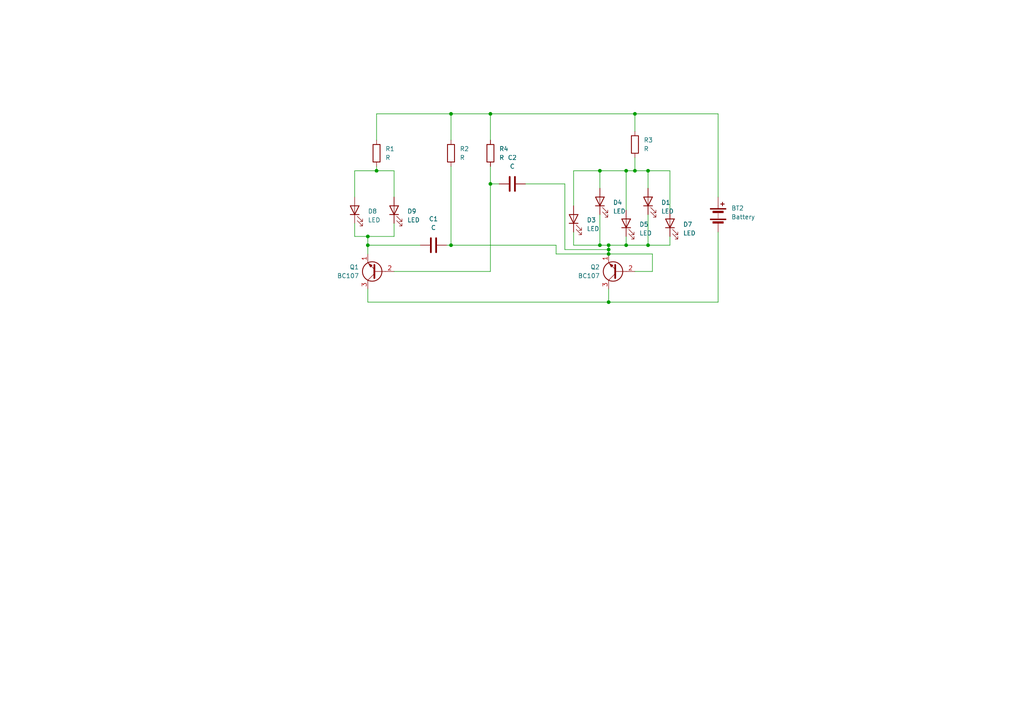
<source format=kicad_sch>
(kicad_sch
	(version 20250114)
	(generator "eeschema")
	(generator_version "9.0")
	(uuid "3692b929-42f6-4ebf-bec6-f90ff0a6cfe4")
	(paper "A4")
	(lib_symbols
		(symbol "Device:Battery"
			(pin_numbers
				(hide yes)
			)
			(pin_names
				(offset 0)
				(hide yes)
			)
			(exclude_from_sim no)
			(in_bom yes)
			(on_board yes)
			(property "Reference" "BT"
				(at 2.54 2.54 0)
				(effects
					(font
						(size 1.27 1.27)
					)
					(justify left)
				)
			)
			(property "Value" "Battery"
				(at 2.54 0 0)
				(effects
					(font
						(size 1.27 1.27)
					)
					(justify left)
				)
			)
			(property "Footprint" ""
				(at 0 1.524 90)
				(effects
					(font
						(size 1.27 1.27)
					)
					(hide yes)
				)
			)
			(property "Datasheet" "~"
				(at 0 1.524 90)
				(effects
					(font
						(size 1.27 1.27)
					)
					(hide yes)
				)
			)
			(property "Description" "Multiple-cell battery"
				(at 0 0 0)
				(effects
					(font
						(size 1.27 1.27)
					)
					(hide yes)
				)
			)
			(property "ki_keywords" "batt voltage-source cell"
				(at 0 0 0)
				(effects
					(font
						(size 1.27 1.27)
					)
					(hide yes)
				)
			)
			(symbol "Battery_0_1"
				(rectangle
					(start -2.286 1.778)
					(end 2.286 1.524)
					(stroke
						(width 0)
						(type default)
					)
					(fill
						(type outline)
					)
				)
				(rectangle
					(start -2.286 -1.27)
					(end 2.286 -1.524)
					(stroke
						(width 0)
						(type default)
					)
					(fill
						(type outline)
					)
				)
				(rectangle
					(start -1.524 1.016)
					(end 1.524 0.508)
					(stroke
						(width 0)
						(type default)
					)
					(fill
						(type outline)
					)
				)
				(rectangle
					(start -1.524 -2.032)
					(end 1.524 -2.54)
					(stroke
						(width 0)
						(type default)
					)
					(fill
						(type outline)
					)
				)
				(polyline
					(pts
						(xy 0 1.778) (xy 0 2.54)
					)
					(stroke
						(width 0)
						(type default)
					)
					(fill
						(type none)
					)
				)
				(polyline
					(pts
						(xy 0 0) (xy 0 0.254)
					)
					(stroke
						(width 0)
						(type default)
					)
					(fill
						(type none)
					)
				)
				(polyline
					(pts
						(xy 0 -0.508) (xy 0 -0.254)
					)
					(stroke
						(width 0)
						(type default)
					)
					(fill
						(type none)
					)
				)
				(polyline
					(pts
						(xy 0 -1.016) (xy 0 -0.762)
					)
					(stroke
						(width 0)
						(type default)
					)
					(fill
						(type none)
					)
				)
				(polyline
					(pts
						(xy 0.762 3.048) (xy 1.778 3.048)
					)
					(stroke
						(width 0.254)
						(type default)
					)
					(fill
						(type none)
					)
				)
				(polyline
					(pts
						(xy 1.27 3.556) (xy 1.27 2.54)
					)
					(stroke
						(width 0.254)
						(type default)
					)
					(fill
						(type none)
					)
				)
			)
			(symbol "Battery_1_1"
				(pin passive line
					(at 0 5.08 270)
					(length 2.54)
					(name "+"
						(effects
							(font
								(size 1.27 1.27)
							)
						)
					)
					(number "1"
						(effects
							(font
								(size 1.27 1.27)
							)
						)
					)
				)
				(pin passive line
					(at 0 -5.08 90)
					(length 2.54)
					(name "-"
						(effects
							(font
								(size 1.27 1.27)
							)
						)
					)
					(number "2"
						(effects
							(font
								(size 1.27 1.27)
							)
						)
					)
				)
			)
			(embedded_fonts no)
		)
		(symbol "Device:C"
			(pin_numbers
				(hide yes)
			)
			(pin_names
				(offset 0.254)
			)
			(exclude_from_sim no)
			(in_bom yes)
			(on_board yes)
			(property "Reference" "C"
				(at 0.635 2.54 0)
				(effects
					(font
						(size 1.27 1.27)
					)
					(justify left)
				)
			)
			(property "Value" "C"
				(at 0.635 -2.54 0)
				(effects
					(font
						(size 1.27 1.27)
					)
					(justify left)
				)
			)
			(property "Footprint" ""
				(at 0.9652 -3.81 0)
				(effects
					(font
						(size 1.27 1.27)
					)
					(hide yes)
				)
			)
			(property "Datasheet" "~"
				(at 0 0 0)
				(effects
					(font
						(size 1.27 1.27)
					)
					(hide yes)
				)
			)
			(property "Description" "Unpolarized capacitor"
				(at 0 0 0)
				(effects
					(font
						(size 1.27 1.27)
					)
					(hide yes)
				)
			)
			(property "ki_keywords" "cap capacitor"
				(at 0 0 0)
				(effects
					(font
						(size 1.27 1.27)
					)
					(hide yes)
				)
			)
			(property "ki_fp_filters" "C_*"
				(at 0 0 0)
				(effects
					(font
						(size 1.27 1.27)
					)
					(hide yes)
				)
			)
			(symbol "C_0_1"
				(polyline
					(pts
						(xy -2.032 0.762) (xy 2.032 0.762)
					)
					(stroke
						(width 0.508)
						(type default)
					)
					(fill
						(type none)
					)
				)
				(polyline
					(pts
						(xy -2.032 -0.762) (xy 2.032 -0.762)
					)
					(stroke
						(width 0.508)
						(type default)
					)
					(fill
						(type none)
					)
				)
			)
			(symbol "C_1_1"
				(pin passive line
					(at 0 3.81 270)
					(length 2.794)
					(name "~"
						(effects
							(font
								(size 1.27 1.27)
							)
						)
					)
					(number "1"
						(effects
							(font
								(size 1.27 1.27)
							)
						)
					)
				)
				(pin passive line
					(at 0 -3.81 90)
					(length 2.794)
					(name "~"
						(effects
							(font
								(size 1.27 1.27)
							)
						)
					)
					(number "2"
						(effects
							(font
								(size 1.27 1.27)
							)
						)
					)
				)
			)
			(embedded_fonts no)
		)
		(symbol "Device:LED"
			(pin_numbers
				(hide yes)
			)
			(pin_names
				(offset 1.016)
				(hide yes)
			)
			(exclude_from_sim no)
			(in_bom yes)
			(on_board yes)
			(property "Reference" "D"
				(at 0 2.54 0)
				(effects
					(font
						(size 1.27 1.27)
					)
				)
			)
			(property "Value" "LED"
				(at 0 -2.54 0)
				(effects
					(font
						(size 1.27 1.27)
					)
				)
			)
			(property "Footprint" ""
				(at 0 0 0)
				(effects
					(font
						(size 1.27 1.27)
					)
					(hide yes)
				)
			)
			(property "Datasheet" "~"
				(at 0 0 0)
				(effects
					(font
						(size 1.27 1.27)
					)
					(hide yes)
				)
			)
			(property "Description" "Light emitting diode"
				(at 0 0 0)
				(effects
					(font
						(size 1.27 1.27)
					)
					(hide yes)
				)
			)
			(property "Sim.Pins" "1=K 2=A"
				(at 0 0 0)
				(effects
					(font
						(size 1.27 1.27)
					)
					(hide yes)
				)
			)
			(property "ki_keywords" "LED diode"
				(at 0 0 0)
				(effects
					(font
						(size 1.27 1.27)
					)
					(hide yes)
				)
			)
			(property "ki_fp_filters" "LED* LED_SMD:* LED_THT:*"
				(at 0 0 0)
				(effects
					(font
						(size 1.27 1.27)
					)
					(hide yes)
				)
			)
			(symbol "LED_0_1"
				(polyline
					(pts
						(xy -3.048 -0.762) (xy -4.572 -2.286) (xy -3.81 -2.286) (xy -4.572 -2.286) (xy -4.572 -1.524)
					)
					(stroke
						(width 0)
						(type default)
					)
					(fill
						(type none)
					)
				)
				(polyline
					(pts
						(xy -1.778 -0.762) (xy -3.302 -2.286) (xy -2.54 -2.286) (xy -3.302 -2.286) (xy -3.302 -1.524)
					)
					(stroke
						(width 0)
						(type default)
					)
					(fill
						(type none)
					)
				)
				(polyline
					(pts
						(xy -1.27 0) (xy 1.27 0)
					)
					(stroke
						(width 0)
						(type default)
					)
					(fill
						(type none)
					)
				)
				(polyline
					(pts
						(xy -1.27 -1.27) (xy -1.27 1.27)
					)
					(stroke
						(width 0.254)
						(type default)
					)
					(fill
						(type none)
					)
				)
				(polyline
					(pts
						(xy 1.27 -1.27) (xy 1.27 1.27) (xy -1.27 0) (xy 1.27 -1.27)
					)
					(stroke
						(width 0.254)
						(type default)
					)
					(fill
						(type none)
					)
				)
			)
			(symbol "LED_1_1"
				(pin passive line
					(at -3.81 0 0)
					(length 2.54)
					(name "K"
						(effects
							(font
								(size 1.27 1.27)
							)
						)
					)
					(number "1"
						(effects
							(font
								(size 1.27 1.27)
							)
						)
					)
				)
				(pin passive line
					(at 3.81 0 180)
					(length 2.54)
					(name "A"
						(effects
							(font
								(size 1.27 1.27)
							)
						)
					)
					(number "2"
						(effects
							(font
								(size 1.27 1.27)
							)
						)
					)
				)
			)
			(embedded_fonts no)
		)
		(symbol "Device:R"
			(pin_numbers
				(hide yes)
			)
			(pin_names
				(offset 0)
			)
			(exclude_from_sim no)
			(in_bom yes)
			(on_board yes)
			(property "Reference" "R"
				(at 2.032 0 90)
				(effects
					(font
						(size 1.27 1.27)
					)
				)
			)
			(property "Value" "R"
				(at 0 0 90)
				(effects
					(font
						(size 1.27 1.27)
					)
				)
			)
			(property "Footprint" ""
				(at -1.778 0 90)
				(effects
					(font
						(size 1.27 1.27)
					)
					(hide yes)
				)
			)
			(property "Datasheet" "~"
				(at 0 0 0)
				(effects
					(font
						(size 1.27 1.27)
					)
					(hide yes)
				)
			)
			(property "Description" "Resistor"
				(at 0 0 0)
				(effects
					(font
						(size 1.27 1.27)
					)
					(hide yes)
				)
			)
			(property "ki_keywords" "R res resistor"
				(at 0 0 0)
				(effects
					(font
						(size 1.27 1.27)
					)
					(hide yes)
				)
			)
			(property "ki_fp_filters" "R_*"
				(at 0 0 0)
				(effects
					(font
						(size 1.27 1.27)
					)
					(hide yes)
				)
			)
			(symbol "R_0_1"
				(rectangle
					(start -1.016 -2.54)
					(end 1.016 2.54)
					(stroke
						(width 0.254)
						(type default)
					)
					(fill
						(type none)
					)
				)
			)
			(symbol "R_1_1"
				(pin passive line
					(at 0 3.81 270)
					(length 1.27)
					(name "~"
						(effects
							(font
								(size 1.27 1.27)
							)
						)
					)
					(number "1"
						(effects
							(font
								(size 1.27 1.27)
							)
						)
					)
				)
				(pin passive line
					(at 0 -3.81 90)
					(length 1.27)
					(name "~"
						(effects
							(font
								(size 1.27 1.27)
							)
						)
					)
					(number "2"
						(effects
							(font
								(size 1.27 1.27)
							)
						)
					)
				)
			)
			(embedded_fonts no)
		)
		(symbol "Transistor_BJT:BC107"
			(pin_names
				(offset 0)
				(hide yes)
			)
			(exclude_from_sim no)
			(in_bom yes)
			(on_board yes)
			(property "Reference" "Q"
				(at 5.08 1.905 0)
				(effects
					(font
						(size 1.27 1.27)
					)
					(justify left)
				)
			)
			(property "Value" "BC107"
				(at 5.08 0 0)
				(effects
					(font
						(size 1.27 1.27)
					)
					(justify left)
				)
			)
			(property "Footprint" "Package_TO_SOT_THT:TO-18-3"
				(at 5.08 -1.905 0)
				(effects
					(font
						(size 1.27 1.27)
						(italic yes)
					)
					(justify left)
					(hide yes)
				)
			)
			(property "Datasheet" "http://www.b-kainka.de/Daten/Transistor/BC108.pdf"
				(at 0 0 0)
				(effects
					(font
						(size 1.27 1.27)
					)
					(justify left)
					(hide yes)
				)
			)
			(property "Description" "0.1A Ic, 50V Vce, Low Noise General Purpose NPN Transistor, TO-18"
				(at 0 0 0)
				(effects
					(font
						(size 1.27 1.27)
					)
					(hide yes)
				)
			)
			(property "ki_keywords" "NPN low noise transistor"
				(at 0 0 0)
				(effects
					(font
						(size 1.27 1.27)
					)
					(hide yes)
				)
			)
			(property "ki_fp_filters" "TO?18*"
				(at 0 0 0)
				(effects
					(font
						(size 1.27 1.27)
					)
					(hide yes)
				)
			)
			(symbol "BC107_0_1"
				(polyline
					(pts
						(xy -2.54 0) (xy 0.635 0)
					)
					(stroke
						(width 0)
						(type default)
					)
					(fill
						(type none)
					)
				)
				(polyline
					(pts
						(xy 0.635 1.905) (xy 0.635 -1.905)
					)
					(stroke
						(width 0.508)
						(type default)
					)
					(fill
						(type none)
					)
				)
				(circle
					(center 1.27 0)
					(radius 2.8194)
					(stroke
						(width 0.254)
						(type default)
					)
					(fill
						(type none)
					)
				)
			)
			(symbol "BC107_1_1"
				(polyline
					(pts
						(xy 0.635 0.635) (xy 2.54 2.54)
					)
					(stroke
						(width 0)
						(type default)
					)
					(fill
						(type none)
					)
				)
				(polyline
					(pts
						(xy 0.635 -0.635) (xy 2.54 -2.54)
					)
					(stroke
						(width 0)
						(type default)
					)
					(fill
						(type none)
					)
				)
				(polyline
					(pts
						(xy 1.27 -1.778) (xy 1.778 -1.27) (xy 2.286 -2.286) (xy 1.27 -1.778)
					)
					(stroke
						(width 0)
						(type default)
					)
					(fill
						(type outline)
					)
				)
				(pin input line
					(at -5.08 0 0)
					(length 2.54)
					(name "B"
						(effects
							(font
								(size 1.27 1.27)
							)
						)
					)
					(number "2"
						(effects
							(font
								(size 1.27 1.27)
							)
						)
					)
				)
				(pin passive line
					(at 2.54 5.08 270)
					(length 2.54)
					(name "C"
						(effects
							(font
								(size 1.27 1.27)
							)
						)
					)
					(number "3"
						(effects
							(font
								(size 1.27 1.27)
							)
						)
					)
				)
				(pin passive line
					(at 2.54 -5.08 90)
					(length 2.54)
					(name "E"
						(effects
							(font
								(size 1.27 1.27)
							)
						)
					)
					(number "1"
						(effects
							(font
								(size 1.27 1.27)
							)
						)
					)
				)
			)
			(embedded_fonts no)
		)
	)
	(junction
		(at 173.99 49.53)
		(diameter 0)
		(color 0 0 0 0)
		(uuid "10247ae2-c4f9-4723-94f3-b76a3c80d37f")
	)
	(junction
		(at 176.53 71.12)
		(diameter 0)
		(color 0 0 0 0)
		(uuid "2397c211-a664-46b1-bd4d-9dc0dd1fa558")
	)
	(junction
		(at 187.96 49.53)
		(diameter 0)
		(color 0 0 0 0)
		(uuid "328708a7-97f2-40e7-9f61-b87a1fad5264")
	)
	(junction
		(at 184.15 33.02)
		(diameter 0)
		(color 0 0 0 0)
		(uuid "4366dbaa-85e2-4650-8acd-f5799ee04975")
	)
	(junction
		(at 142.24 53.34)
		(diameter 0)
		(color 0 0 0 0)
		(uuid "4ec0a8d7-1aa0-44e6-b0ff-070bd47d3bad")
	)
	(junction
		(at 176.53 72.39)
		(diameter 0)
		(color 0 0 0 0)
		(uuid "55867b81-febc-4e25-9c45-75cf0d1597a6")
	)
	(junction
		(at 130.81 71.12)
		(diameter 0)
		(color 0 0 0 0)
		(uuid "59ae918a-903b-4564-af6a-66bb84506851")
	)
	(junction
		(at 184.15 49.53)
		(diameter 0)
		(color 0 0 0 0)
		(uuid "6280ffc9-4a49-4b0b-90f8-5b7aadfd28fc")
	)
	(junction
		(at 181.61 71.12)
		(diameter 0)
		(color 0 0 0 0)
		(uuid "6795079a-bb93-4a9c-852d-7f54da6b4add")
	)
	(junction
		(at 187.96 71.12)
		(diameter 0)
		(color 0 0 0 0)
		(uuid "80ba07cc-f44b-4008-8f14-e934fcc87b69")
	)
	(junction
		(at 106.68 71.12)
		(diameter 0)
		(color 0 0 0 0)
		(uuid "8a2b2b23-7b23-4f67-b9c9-5b8322f6726c")
	)
	(junction
		(at 130.81 33.02)
		(diameter 0)
		(color 0 0 0 0)
		(uuid "97cc0bed-a0df-42bc-9f03-bc573c3c6121")
	)
	(junction
		(at 109.22 49.53)
		(diameter 0)
		(color 0 0 0 0)
		(uuid "9e5aaab0-3c25-4248-bfe3-556493d1aa09")
	)
	(junction
		(at 173.99 71.12)
		(diameter 0)
		(color 0 0 0 0)
		(uuid "c3401f50-b932-40f3-aa98-30e5d7081139")
	)
	(junction
		(at 181.61 49.53)
		(diameter 0)
		(color 0 0 0 0)
		(uuid "d3424942-f923-4d3b-bb7c-af57e53d21aa")
	)
	(junction
		(at 176.53 87.63)
		(diameter 0)
		(color 0 0 0 0)
		(uuid "e747e89a-9ded-48dd-9a30-8332f9358fb0")
	)
	(junction
		(at 176.53 73.66)
		(diameter 0)
		(color 0 0 0 0)
		(uuid "e7757c59-5091-43f2-b2ea-57f059092550")
	)
	(junction
		(at 142.24 33.02)
		(diameter 0)
		(color 0 0 0 0)
		(uuid "eedea93b-c206-4810-ad4c-c676c483c6db")
	)
	(junction
		(at 106.68 68.58)
		(diameter 0)
		(color 0 0 0 0)
		(uuid "ffe70ae6-ed9d-4c1f-a7ef-f6a8335faa71")
	)
	(wire
		(pts
			(xy 184.15 49.53) (xy 187.96 49.53)
		)
		(stroke
			(width 0)
			(type default)
		)
		(uuid "002da122-2564-48fb-abd3-97265095adf2")
	)
	(wire
		(pts
			(xy 163.83 72.39) (xy 176.53 72.39)
		)
		(stroke
			(width 0)
			(type default)
		)
		(uuid "015f2ab1-34aa-4f10-8fa6-2c13d4458c4f")
	)
	(wire
		(pts
			(xy 181.61 68.58) (xy 181.61 71.12)
		)
		(stroke
			(width 0)
			(type default)
		)
		(uuid "0582e7a7-3b2c-428f-94a7-e6e270ce229a")
	)
	(wire
		(pts
			(xy 142.24 53.34) (xy 144.78 53.34)
		)
		(stroke
			(width 0)
			(type default)
		)
		(uuid "06c952e3-545e-4e24-909d-7e055fcd0463")
	)
	(wire
		(pts
			(xy 184.15 33.02) (xy 184.15 38.1)
		)
		(stroke
			(width 0)
			(type default)
		)
		(uuid "09cedab4-e42a-4701-92c3-3fafc13837a6")
	)
	(wire
		(pts
			(xy 102.87 49.53) (xy 109.22 49.53)
		)
		(stroke
			(width 0)
			(type default)
		)
		(uuid "0ec7e457-0163-40db-8086-443f841280c7")
	)
	(wire
		(pts
			(xy 109.22 49.53) (xy 114.3 49.53)
		)
		(stroke
			(width 0)
			(type default)
		)
		(uuid "1749eea1-7c4f-4e7b-8fd4-247da26e24d5")
	)
	(wire
		(pts
			(xy 114.3 64.77) (xy 114.3 68.58)
		)
		(stroke
			(width 0)
			(type default)
		)
		(uuid "19649098-b3c7-4e8b-9b04-b8b9489ae889")
	)
	(wire
		(pts
			(xy 106.68 68.58) (xy 106.68 71.12)
		)
		(stroke
			(width 0)
			(type default)
		)
		(uuid "2627b4de-1a55-4a0c-b0f3-e93a915dc36c")
	)
	(wire
		(pts
			(xy 181.61 49.53) (xy 184.15 49.53)
		)
		(stroke
			(width 0)
			(type default)
		)
		(uuid "2887e643-ac9e-42e0-824f-e5f3f1e1c276")
	)
	(wire
		(pts
			(xy 106.68 87.63) (xy 176.53 87.63)
		)
		(stroke
			(width 0)
			(type default)
		)
		(uuid "2cca6865-76ba-4d26-8e1d-21d3bbd89f43")
	)
	(wire
		(pts
			(xy 166.37 49.53) (xy 173.99 49.53)
		)
		(stroke
			(width 0)
			(type default)
		)
		(uuid "2d848cea-094b-45b7-a5cf-a2ba1462edd8")
	)
	(wire
		(pts
			(xy 176.53 71.12) (xy 176.53 72.39)
		)
		(stroke
			(width 0)
			(type default)
		)
		(uuid "2e03efe5-b76f-4497-ba2f-1eb4c6f3e448")
	)
	(wire
		(pts
			(xy 142.24 78.74) (xy 142.24 53.34)
		)
		(stroke
			(width 0)
			(type default)
		)
		(uuid "2fb5ec9c-1cec-489b-9f98-651cb2652ebf")
	)
	(wire
		(pts
			(xy 176.53 72.39) (xy 176.53 73.66)
		)
		(stroke
			(width 0)
			(type default)
		)
		(uuid "3e9fa5f2-1dc3-432c-8578-8619925da4fc")
	)
	(wire
		(pts
			(xy 130.81 48.26) (xy 130.81 71.12)
		)
		(stroke
			(width 0)
			(type default)
		)
		(uuid "43f76abd-26ba-4171-a825-bd61c02fb772")
	)
	(wire
		(pts
			(xy 176.53 73.66) (xy 189.23 73.66)
		)
		(stroke
			(width 0)
			(type default)
		)
		(uuid "4442d506-ecc9-44ea-b2aa-20ee1fdb06be")
	)
	(wire
		(pts
			(xy 106.68 71.12) (xy 121.92 71.12)
		)
		(stroke
			(width 0)
			(type default)
		)
		(uuid "445f4293-8bba-42d7-b47e-54fd74c783f2")
	)
	(wire
		(pts
			(xy 102.87 68.58) (xy 106.68 68.58)
		)
		(stroke
			(width 0)
			(type default)
		)
		(uuid "47f9e5e1-6371-441d-ae26-c98c4ec9fc2c")
	)
	(wire
		(pts
			(xy 181.61 49.53) (xy 181.61 60.96)
		)
		(stroke
			(width 0)
			(type default)
		)
		(uuid "58f5a5c5-0d0d-4d69-9728-05602fa35ac1")
	)
	(wire
		(pts
			(xy 176.53 83.82) (xy 176.53 87.63)
		)
		(stroke
			(width 0)
			(type default)
		)
		(uuid "5ac12e93-8a56-4426-8543-da80df161988")
	)
	(wire
		(pts
			(xy 142.24 33.02) (xy 142.24 40.64)
		)
		(stroke
			(width 0)
			(type default)
		)
		(uuid "5ac4c114-c6d1-4353-b35c-1e3590b98994")
	)
	(wire
		(pts
			(xy 208.28 33.02) (xy 184.15 33.02)
		)
		(stroke
			(width 0)
			(type default)
		)
		(uuid "5b1372b5-d5d7-43f1-a02a-3ba714d600fd")
	)
	(wire
		(pts
			(xy 109.22 33.02) (xy 109.22 40.64)
		)
		(stroke
			(width 0)
			(type default)
		)
		(uuid "5c808be9-08d2-410f-b1c9-8aa665d8d36b")
	)
	(wire
		(pts
			(xy 130.81 71.12) (xy 161.29 71.12)
		)
		(stroke
			(width 0)
			(type default)
		)
		(uuid "5fa69ec1-9a75-49a4-8949-38c9212cb34b")
	)
	(wire
		(pts
			(xy 142.24 53.34) (xy 142.24 48.26)
		)
		(stroke
			(width 0)
			(type default)
		)
		(uuid "6192caf1-1204-481a-8d6d-1aa88cf038c4")
	)
	(wire
		(pts
			(xy 102.87 57.15) (xy 102.87 49.53)
		)
		(stroke
			(width 0)
			(type default)
		)
		(uuid "61a25d41-8417-4feb-9dd9-f6f294ec367d")
	)
	(wire
		(pts
			(xy 161.29 71.12) (xy 161.29 73.66)
		)
		(stroke
			(width 0)
			(type default)
		)
		(uuid "642fabcb-900e-4ec5-9204-a80f3377ef19")
	)
	(wire
		(pts
			(xy 114.3 57.15) (xy 114.3 49.53)
		)
		(stroke
			(width 0)
			(type default)
		)
		(uuid "665cc901-6bc8-4f76-862a-1e75f4f4b637")
	)
	(wire
		(pts
			(xy 187.96 49.53) (xy 194.31 49.53)
		)
		(stroke
			(width 0)
			(type default)
		)
		(uuid "692196fe-2623-4acc-99ef-1d33e95108d1")
	)
	(wire
		(pts
			(xy 106.68 83.82) (xy 106.68 87.63)
		)
		(stroke
			(width 0)
			(type default)
		)
		(uuid "6c6eb571-7ecb-41d9-9ac4-51458e699392")
	)
	(wire
		(pts
			(xy 194.31 68.58) (xy 194.31 71.12)
		)
		(stroke
			(width 0)
			(type default)
		)
		(uuid "73f57256-e487-445a-b80c-969ca887e721")
	)
	(wire
		(pts
			(xy 106.68 71.12) (xy 106.68 73.66)
		)
		(stroke
			(width 0)
			(type default)
		)
		(uuid "7695c9c6-a57e-48ac-a5b0-1d1eb3b043fb")
	)
	(wire
		(pts
			(xy 102.87 64.77) (xy 102.87 68.58)
		)
		(stroke
			(width 0)
			(type default)
		)
		(uuid "78a7efbf-5784-43e4-bb72-e85623a4a008")
	)
	(wire
		(pts
			(xy 166.37 59.69) (xy 166.37 49.53)
		)
		(stroke
			(width 0)
			(type default)
		)
		(uuid "79106880-26c4-40cb-ac5d-fa6bb1a80887")
	)
	(wire
		(pts
			(xy 166.37 71.12) (xy 173.99 71.12)
		)
		(stroke
			(width 0)
			(type default)
		)
		(uuid "79ed2353-a850-4bf9-8b24-7c113fd71b5a")
	)
	(wire
		(pts
			(xy 166.37 67.31) (xy 166.37 71.12)
		)
		(stroke
			(width 0)
			(type default)
		)
		(uuid "7f0128d4-fb55-48ba-8e2c-63d35d490d93")
	)
	(wire
		(pts
			(xy 106.68 68.58) (xy 114.3 68.58)
		)
		(stroke
			(width 0)
			(type default)
		)
		(uuid "7fb3d1b5-b2b5-4f7b-a17d-2c70d699aa58")
	)
	(wire
		(pts
			(xy 176.53 87.63) (xy 208.28 87.63)
		)
		(stroke
			(width 0)
			(type default)
		)
		(uuid "87ae77f7-bf15-4eb8-928c-3a71b481bee3")
	)
	(wire
		(pts
			(xy 152.4 53.34) (xy 163.83 53.34)
		)
		(stroke
			(width 0)
			(type default)
		)
		(uuid "8aaac11a-52b7-480b-a140-86c9b2bfcfd0")
	)
	(wire
		(pts
			(xy 142.24 33.02) (xy 130.81 33.02)
		)
		(stroke
			(width 0)
			(type default)
		)
		(uuid "8c6899fe-912f-494e-9f97-d8e6b5fe2a29")
	)
	(wire
		(pts
			(xy 130.81 33.02) (xy 109.22 33.02)
		)
		(stroke
			(width 0)
			(type default)
		)
		(uuid "8e7d8dc2-416a-4177-ba69-95a473affe90")
	)
	(wire
		(pts
			(xy 208.28 87.63) (xy 208.28 67.31)
		)
		(stroke
			(width 0)
			(type default)
		)
		(uuid "8fa345de-2185-4653-8905-d069313d32e1")
	)
	(wire
		(pts
			(xy 173.99 71.12) (xy 176.53 71.12)
		)
		(stroke
			(width 0)
			(type default)
		)
		(uuid "8faaa40d-ba7c-490a-b904-2651f2ae227b")
	)
	(wire
		(pts
			(xy 173.99 49.53) (xy 173.99 54.61)
		)
		(stroke
			(width 0)
			(type default)
		)
		(uuid "a53fb4c5-a735-4bb4-8de5-84b60305d1d6")
	)
	(wire
		(pts
			(xy 130.81 33.02) (xy 130.81 40.64)
		)
		(stroke
			(width 0)
			(type default)
		)
		(uuid "a65b4ce0-a496-4675-b7c7-f062da097808")
	)
	(wire
		(pts
			(xy 184.15 49.53) (xy 184.15 45.72)
		)
		(stroke
			(width 0)
			(type default)
		)
		(uuid "a6aebc0f-0035-43d2-a584-11cc741b8a31")
	)
	(wire
		(pts
			(xy 176.53 71.12) (xy 181.61 71.12)
		)
		(stroke
			(width 0)
			(type default)
		)
		(uuid "a7dbcfe8-fc70-48a9-a254-d3be4376ba87")
	)
	(wire
		(pts
			(xy 114.3 78.74) (xy 142.24 78.74)
		)
		(stroke
			(width 0)
			(type default)
		)
		(uuid "aa8035e4-bd25-4a8b-9f31-95c9159e2c71")
	)
	(wire
		(pts
			(xy 163.83 53.34) (xy 163.83 72.39)
		)
		(stroke
			(width 0)
			(type default)
		)
		(uuid "bbe59f7d-f4c1-4bc1-8d11-e9604d753d65")
	)
	(wire
		(pts
			(xy 181.61 71.12) (xy 187.96 71.12)
		)
		(stroke
			(width 0)
			(type default)
		)
		(uuid "cc3cfcc7-4718-4c1b-b7b5-534caae7e84b")
	)
	(wire
		(pts
			(xy 129.54 71.12) (xy 130.81 71.12)
		)
		(stroke
			(width 0)
			(type default)
		)
		(uuid "ce6e196f-a674-44bc-acb6-6ec9e7060ba5")
	)
	(wire
		(pts
			(xy 187.96 62.23) (xy 187.96 71.12)
		)
		(stroke
			(width 0)
			(type default)
		)
		(uuid "cecfe42c-d39d-48b5-b3e6-fff78c6a887c")
	)
	(wire
		(pts
			(xy 187.96 71.12) (xy 194.31 71.12)
		)
		(stroke
			(width 0)
			(type default)
		)
		(uuid "d4cb1e49-1fbd-4fe3-b118-5f0ddd359580")
	)
	(wire
		(pts
			(xy 161.29 73.66) (xy 176.53 73.66)
		)
		(stroke
			(width 0)
			(type default)
		)
		(uuid "d849dd15-82b9-456b-8323-171a74e05f4f")
	)
	(wire
		(pts
			(xy 194.31 60.96) (xy 194.31 49.53)
		)
		(stroke
			(width 0)
			(type default)
		)
		(uuid "d8a213c7-75ba-4be7-8363-ba0c59cab69f")
	)
	(wire
		(pts
			(xy 184.15 78.74) (xy 189.23 78.74)
		)
		(stroke
			(width 0)
			(type default)
		)
		(uuid "d8e2c1bc-f69d-4dee-8ca5-2a534b93f8ff")
	)
	(wire
		(pts
			(xy 187.96 49.53) (xy 187.96 54.61)
		)
		(stroke
			(width 0)
			(type default)
		)
		(uuid "dd7bf7de-0685-4be8-83b9-a76c42184f11")
	)
	(wire
		(pts
			(xy 173.99 62.23) (xy 173.99 71.12)
		)
		(stroke
			(width 0)
			(type default)
		)
		(uuid "dfbd6359-1a53-421d-8ded-0268f873d2c6")
	)
	(wire
		(pts
			(xy 208.28 33.02) (xy 208.28 57.15)
		)
		(stroke
			(width 0)
			(type default)
		)
		(uuid "e2dcff21-0a3a-4d36-8975-c002f52b42b1")
	)
	(wire
		(pts
			(xy 189.23 73.66) (xy 189.23 78.74)
		)
		(stroke
			(width 0)
			(type default)
		)
		(uuid "e49d5c0d-722f-4f0d-8fe6-233c1f59696d")
	)
	(wire
		(pts
			(xy 109.22 48.26) (xy 109.22 49.53)
		)
		(stroke
			(width 0)
			(type default)
		)
		(uuid "ea8e41ea-125f-4c45-9431-39255eec3ffb")
	)
	(wire
		(pts
			(xy 173.99 49.53) (xy 181.61 49.53)
		)
		(stroke
			(width 0)
			(type default)
		)
		(uuid "eac9baa8-68c7-4ffa-8dde-fc801322e870")
	)
	(wire
		(pts
			(xy 142.24 33.02) (xy 184.15 33.02)
		)
		(stroke
			(width 0)
			(type default)
		)
		(uuid "ee9bbf77-add1-470c-9268-6775b0d24c6c")
	)
	(symbol
		(lib_id "Device:C")
		(at 125.73 71.12 90)
		(unit 1)
		(exclude_from_sim no)
		(in_bom yes)
		(on_board yes)
		(dnp no)
		(fields_autoplaced yes)
		(uuid "198534e7-3fee-4ab3-8be2-8fecec222720")
		(property "Reference" "C1"
			(at 125.73 63.5 90)
			(effects
				(font
					(size 1.27 1.27)
				)
			)
		)
		(property "Value" "C"
			(at 125.73 66.04 90)
			(effects
				(font
					(size 1.27 1.27)
				)
			)
		)
		(property "Footprint" "Capacitor_THT:CP_Radial_D8.0mm_P5.00mm"
			(at 129.54 70.1548 0)
			(effects
				(font
					(size 1.27 1.27)
				)
				(hide yes)
			)
		)
		(property "Datasheet" "~"
			(at 125.73 71.12 0)
			(effects
				(font
					(size 1.27 1.27)
				)
				(hide yes)
			)
		)
		(property "Description" "Unpolarized capacitor"
			(at 125.73 71.12 0)
			(effects
				(font
					(size 1.27 1.27)
				)
				(hide yes)
			)
		)
		(pin "2"
			(uuid "50a0c82a-00a1-425c-beb5-2b96a2141f11")
		)
		(pin "1"
			(uuid "a8647594-0ee9-4f91-961a-cefd5614db44")
		)
		(instances
			(project ""
				(path "/3692b929-42f6-4ebf-bec6-f90ff0a6cfe4"
					(reference "C1")
					(unit 1)
				)
			)
		)
	)
	(symbol
		(lib_id "Device:R")
		(at 184.15 41.91 0)
		(unit 1)
		(exclude_from_sim no)
		(in_bom yes)
		(on_board yes)
		(dnp no)
		(fields_autoplaced yes)
		(uuid "2823fc26-57e5-457f-af11-753b1745c3ae")
		(property "Reference" "R3"
			(at 186.69 40.6399 0)
			(effects
				(font
					(size 1.27 1.27)
				)
				(justify left)
			)
		)
		(property "Value" "R"
			(at 186.69 43.1799 0)
			(effects
				(font
					(size 1.27 1.27)
				)
				(justify left)
			)
		)
		(property "Footprint" "Resistor_THT:R_Axial_DIN0207_L6.3mm_D2.5mm_P7.62mm_Horizontal"
			(at 182.372 41.91 90)
			(effects
				(font
					(size 1.27 1.27)
				)
				(hide yes)
			)
		)
		(property "Datasheet" "~"
			(at 184.15 41.91 0)
			(effects
				(font
					(size 1.27 1.27)
				)
				(hide yes)
			)
		)
		(property "Description" "Resistor"
			(at 184.15 41.91 0)
			(effects
				(font
					(size 1.27 1.27)
				)
				(hide yes)
			)
		)
		(pin "1"
			(uuid "50c90aa3-3185-46e5-bdcd-ff9e343f9489")
		)
		(pin "2"
			(uuid "68ca688f-5e09-4d7e-ac6f-08b64caeac71")
		)
		(instances
			(project "KeyChain"
				(path "/3692b929-42f6-4ebf-bec6-f90ff0a6cfe4"
					(reference "R3")
					(unit 1)
				)
			)
		)
	)
	(symbol
		(lib_id "Transistor_BJT:BC107")
		(at 109.22 78.74 180)
		(unit 1)
		(exclude_from_sim no)
		(in_bom yes)
		(on_board yes)
		(dnp no)
		(fields_autoplaced yes)
		(uuid "5cb5d657-93be-4e87-a8d5-db87ba74933a")
		(property "Reference" "Q1"
			(at 104.14 77.4699 0)
			(effects
				(font
					(size 1.27 1.27)
				)
				(justify left)
			)
		)
		(property "Value" "BC107"
			(at 104.14 80.0099 0)
			(effects
				(font
					(size 1.27 1.27)
				)
				(justify left)
			)
		)
		(property "Footprint" "Package_TO_SOT_THT:TO-18-3"
			(at 104.14 76.835 0)
			(effects
				(font
					(size 1.27 1.27)
					(italic yes)
				)
				(justify left)
				(hide yes)
			)
		)
		(property "Datasheet" "http://www.b-kainka.de/Daten/Transistor/BC108.pdf"
			(at 109.22 78.74 0)
			(effects
				(font
					(size 1.27 1.27)
				)
				(justify left)
				(hide yes)
			)
		)
		(property "Description" "0.1A Ic, 50V Vce, Low Noise General Purpose NPN Transistor, TO-18"
			(at 109.22 78.74 0)
			(effects
				(font
					(size 1.27 1.27)
				)
				(hide yes)
			)
		)
		(pin "2"
			(uuid "3f7fe652-56d0-4b17-8043-7b23780d3b8d")
		)
		(pin "1"
			(uuid "4d2cd9da-a650-4073-9ef8-7e75996ec9dc")
		)
		(pin "3"
			(uuid "83b4d605-545d-4bf2-a3ea-cd3a6e2e7a21")
		)
		(instances
			(project ""
				(path "/3692b929-42f6-4ebf-bec6-f90ff0a6cfe4"
					(reference "Q1")
					(unit 1)
				)
			)
		)
	)
	(symbol
		(lib_id "Device:LED")
		(at 181.61 64.77 90)
		(unit 1)
		(exclude_from_sim no)
		(in_bom yes)
		(on_board yes)
		(dnp no)
		(fields_autoplaced yes)
		(uuid "5ddd7b7a-539d-449d-8d2a-753342ccc48d")
		(property "Reference" "D5"
			(at 185.42 65.0874 90)
			(effects
				(font
					(size 1.27 1.27)
				)
				(justify right)
			)
		)
		(property "Value" "LED"
			(at 185.42 67.6274 90)
			(effects
				(font
					(size 1.27 1.27)
				)
				(justify right)
			)
		)
		(property "Footprint" "LED_THT:LED_D5.0mm"
			(at 181.61 64.77 0)
			(effects
				(font
					(size 1.27 1.27)
				)
				(hide yes)
			)
		)
		(property "Datasheet" "~"
			(at 181.61 64.77 0)
			(effects
				(font
					(size 1.27 1.27)
				)
				(hide yes)
			)
		)
		(property "Description" "Light emitting diode"
			(at 181.61 64.77 0)
			(effects
				(font
					(size 1.27 1.27)
				)
				(hide yes)
			)
		)
		(property "Sim.Pins" "1=K 2=A"
			(at 181.61 64.77 0)
			(effects
				(font
					(size 1.27 1.27)
				)
				(hide yes)
			)
		)
		(pin "1"
			(uuid "a6de5643-b7da-4e63-80d4-f609c0d75dcd")
		)
		(pin "2"
			(uuid "50d33585-3481-4de3-acfd-42b61ec683b4")
		)
		(instances
			(project "KeyChain"
				(path "/3692b929-42f6-4ebf-bec6-f90ff0a6cfe4"
					(reference "D5")
					(unit 1)
				)
			)
		)
	)
	(symbol
		(lib_id "Device:C")
		(at 148.59 53.34 90)
		(unit 1)
		(exclude_from_sim no)
		(in_bom yes)
		(on_board yes)
		(dnp no)
		(fields_autoplaced yes)
		(uuid "6b7a8050-4982-4370-bdc4-280281ac7ffb")
		(property "Reference" "C2"
			(at 148.59 45.72 90)
			(effects
				(font
					(size 1.27 1.27)
				)
			)
		)
		(property "Value" "C"
			(at 148.59 48.26 90)
			(effects
				(font
					(size 1.27 1.27)
				)
			)
		)
		(property "Footprint" "Capacitor_THT:CP_Radial_D8.0mm_P5.00mm"
			(at 152.4 52.3748 0)
			(effects
				(font
					(size 1.27 1.27)
				)
				(hide yes)
			)
		)
		(property "Datasheet" "~"
			(at 148.59 53.34 0)
			(effects
				(font
					(size 1.27 1.27)
				)
				(hide yes)
			)
		)
		(property "Description" "Unpolarized capacitor"
			(at 148.59 53.34 0)
			(effects
				(font
					(size 1.27 1.27)
				)
				(hide yes)
			)
		)
		(pin "2"
			(uuid "914c61da-1dc2-4164-8cfb-758e19d2c725")
		)
		(pin "1"
			(uuid "563cc05e-c947-4d6b-8dbe-14f1aee7efa6")
		)
		(instances
			(project "KeyChain"
				(path "/3692b929-42f6-4ebf-bec6-f90ff0a6cfe4"
					(reference "C2")
					(unit 1)
				)
			)
		)
	)
	(symbol
		(lib_id "Device:LED")
		(at 194.31 64.77 90)
		(unit 1)
		(exclude_from_sim no)
		(in_bom yes)
		(on_board yes)
		(dnp no)
		(fields_autoplaced yes)
		(uuid "961bd232-41f9-4ec3-b4d3-7c009d59fc46")
		(property "Reference" "D7"
			(at 198.12 65.0874 90)
			(effects
				(font
					(size 1.27 1.27)
				)
				(justify right)
			)
		)
		(property "Value" "LED"
			(at 198.12 67.6274 90)
			(effects
				(font
					(size 1.27 1.27)
				)
				(justify right)
			)
		)
		(property "Footprint" "LED_THT:LED_D5.0mm"
			(at 194.31 64.77 0)
			(effects
				(font
					(size 1.27 1.27)
				)
				(hide yes)
			)
		)
		(property "Datasheet" "~"
			(at 194.31 64.77 0)
			(effects
				(font
					(size 1.27 1.27)
				)
				(hide yes)
			)
		)
		(property "Description" "Light emitting diode"
			(at 194.31 64.77 0)
			(effects
				(font
					(size 1.27 1.27)
				)
				(hide yes)
			)
		)
		(property "Sim.Pins" "1=K 2=A"
			(at 194.31 64.77 0)
			(effects
				(font
					(size 1.27 1.27)
				)
				(hide yes)
			)
		)
		(pin "1"
			(uuid "b32ed25b-6d9d-4017-b221-e02383aacbc3")
		)
		(pin "2"
			(uuid "bcac86e9-66d2-4f8e-bfd5-acbb579bb7c4")
		)
		(instances
			(project "KeyChain"
				(path "/3692b929-42f6-4ebf-bec6-f90ff0a6cfe4"
					(reference "D7")
					(unit 1)
				)
			)
		)
	)
	(symbol
		(lib_id "Device:LED")
		(at 114.3 60.96 90)
		(unit 1)
		(exclude_from_sim no)
		(in_bom yes)
		(on_board yes)
		(dnp no)
		(fields_autoplaced yes)
		(uuid "972cda9e-dfa7-4a89-8b4c-4bdee51820c2")
		(property "Reference" "D9"
			(at 118.11 61.2774 90)
			(effects
				(font
					(size 1.27 1.27)
				)
				(justify right)
			)
		)
		(property "Value" "LED"
			(at 118.11 63.8174 90)
			(effects
				(font
					(size 1.27 1.27)
				)
				(justify right)
			)
		)
		(property "Footprint" "LED_THT:LED_D5.0mm"
			(at 114.3 60.96 0)
			(effects
				(font
					(size 1.27 1.27)
				)
				(hide yes)
			)
		)
		(property "Datasheet" "~"
			(at 114.3 60.96 0)
			(effects
				(font
					(size 1.27 1.27)
				)
				(hide yes)
			)
		)
		(property "Description" "Light emitting diode"
			(at 114.3 60.96 0)
			(effects
				(font
					(size 1.27 1.27)
				)
				(hide yes)
			)
		)
		(property "Sim.Pins" "1=K 2=A"
			(at 114.3 60.96 0)
			(effects
				(font
					(size 1.27 1.27)
				)
				(hide yes)
			)
		)
		(pin "1"
			(uuid "61f80989-3cfb-4935-8220-e442d6b9b1e2")
		)
		(pin "2"
			(uuid "b48a551f-dc82-48ab-9ec3-1d22e4ec9a5a")
		)
		(instances
			(project "KeyChain"
				(path "/3692b929-42f6-4ebf-bec6-f90ff0a6cfe4"
					(reference "D9")
					(unit 1)
				)
			)
		)
	)
	(symbol
		(lib_id "Transistor_BJT:BC107")
		(at 179.07 78.74 180)
		(unit 1)
		(exclude_from_sim no)
		(in_bom yes)
		(on_board yes)
		(dnp no)
		(fields_autoplaced yes)
		(uuid "973488b9-97f1-4668-8e3a-bb46081cedbb")
		(property "Reference" "Q2"
			(at 173.99 77.4699 0)
			(effects
				(font
					(size 1.27 1.27)
				)
				(justify left)
			)
		)
		(property "Value" "BC107"
			(at 173.99 80.0099 0)
			(effects
				(font
					(size 1.27 1.27)
				)
				(justify left)
			)
		)
		(property "Footprint" "Package_TO_SOT_THT:TO-18-3"
			(at 173.99 76.835 0)
			(effects
				(font
					(size 1.27 1.27)
					(italic yes)
				)
				(justify left)
				(hide yes)
			)
		)
		(property "Datasheet" "http://www.b-kainka.de/Daten/Transistor/BC108.pdf"
			(at 179.07 78.74 0)
			(effects
				(font
					(size 1.27 1.27)
				)
				(justify left)
				(hide yes)
			)
		)
		(property "Description" "0.1A Ic, 50V Vce, Low Noise General Purpose NPN Transistor, TO-18"
			(at 179.07 78.74 0)
			(effects
				(font
					(size 1.27 1.27)
				)
				(hide yes)
			)
		)
		(pin "2"
			(uuid "a1a57f4c-3fed-4ff5-828c-3af6ae8d5f4c")
		)
		(pin "1"
			(uuid "ce0aec14-1eb9-4029-93a8-aefd0cac8ebe")
		)
		(pin "3"
			(uuid "34f1105e-8dfd-4eb0-a5bc-61b0746801a3")
		)
		(instances
			(project "KeyChain"
				(path "/3692b929-42f6-4ebf-bec6-f90ff0a6cfe4"
					(reference "Q2")
					(unit 1)
				)
			)
		)
	)
	(symbol
		(lib_id "Device:LED")
		(at 166.37 63.5 90)
		(unit 1)
		(exclude_from_sim no)
		(in_bom yes)
		(on_board yes)
		(dnp no)
		(fields_autoplaced yes)
		(uuid "983d281a-e5f2-48ef-8c7f-37ff1fe02cfe")
		(property "Reference" "D3"
			(at 170.18 63.8174 90)
			(effects
				(font
					(size 1.27 1.27)
				)
				(justify right)
			)
		)
		(property "Value" "LED"
			(at 170.18 66.3574 90)
			(effects
				(font
					(size 1.27 1.27)
				)
				(justify right)
			)
		)
		(property "Footprint" "LED_THT:LED_D5.0mm"
			(at 166.37 63.5 0)
			(effects
				(font
					(size 1.27 1.27)
				)
				(hide yes)
			)
		)
		(property "Datasheet" "~"
			(at 166.37 63.5 0)
			(effects
				(font
					(size 1.27 1.27)
				)
				(hide yes)
			)
		)
		(property "Description" "Light emitting diode"
			(at 166.37 63.5 0)
			(effects
				(font
					(size 1.27 1.27)
				)
				(hide yes)
			)
		)
		(property "Sim.Pins" "1=K 2=A"
			(at 166.37 63.5 0)
			(effects
				(font
					(size 1.27 1.27)
				)
				(hide yes)
			)
		)
		(pin "1"
			(uuid "a6ea1dbb-2824-4194-bdac-7cf404c666ba")
		)
		(pin "2"
			(uuid "6506f870-10a4-47a2-bda6-41157b376dd1")
		)
		(instances
			(project "KeyChain"
				(path "/3692b929-42f6-4ebf-bec6-f90ff0a6cfe4"
					(reference "D3")
					(unit 1)
				)
			)
		)
	)
	(symbol
		(lib_id "Device:R")
		(at 130.81 44.45 0)
		(unit 1)
		(exclude_from_sim no)
		(in_bom yes)
		(on_board yes)
		(dnp no)
		(fields_autoplaced yes)
		(uuid "9eda7058-1f3c-4571-aace-fc311c2ff6ad")
		(property "Reference" "R2"
			(at 133.35 43.1799 0)
			(effects
				(font
					(size 1.27 1.27)
				)
				(justify left)
			)
		)
		(property "Value" "R"
			(at 133.35 45.7199 0)
			(effects
				(font
					(size 1.27 1.27)
				)
				(justify left)
			)
		)
		(property "Footprint" "Resistor_THT:R_Axial_DIN0207_L6.3mm_D2.5mm_P7.62mm_Horizontal"
			(at 129.032 44.45 90)
			(effects
				(font
					(size 1.27 1.27)
				)
				(hide yes)
			)
		)
		(property "Datasheet" "~"
			(at 130.81 44.45 0)
			(effects
				(font
					(size 1.27 1.27)
				)
				(hide yes)
			)
		)
		(property "Description" "Resistor"
			(at 130.81 44.45 0)
			(effects
				(font
					(size 1.27 1.27)
				)
				(hide yes)
			)
		)
		(pin "1"
			(uuid "8fe4f6a2-d943-4a0a-9ec5-70532a370112")
		)
		(pin "2"
			(uuid "381a50dd-5c31-47b0-9cb7-5448c0573fc4")
		)
		(instances
			(project "KeyChain"
				(path "/3692b929-42f6-4ebf-bec6-f90ff0a6cfe4"
					(reference "R2")
					(unit 1)
				)
			)
		)
	)
	(symbol
		(lib_id "Device:LED")
		(at 173.99 58.42 90)
		(unit 1)
		(exclude_from_sim no)
		(in_bom yes)
		(on_board yes)
		(dnp no)
		(fields_autoplaced yes)
		(uuid "abc871fe-12d1-435e-8098-b3a6f533fe0d")
		(property "Reference" "D4"
			(at 177.8 58.7374 90)
			(effects
				(font
					(size 1.27 1.27)
				)
				(justify right)
			)
		)
		(property "Value" "LED"
			(at 177.8 61.2774 90)
			(effects
				(font
					(size 1.27 1.27)
				)
				(justify right)
			)
		)
		(property "Footprint" "LED_THT:LED_D5.0mm"
			(at 173.99 58.42 0)
			(effects
				(font
					(size 1.27 1.27)
				)
				(hide yes)
			)
		)
		(property "Datasheet" "~"
			(at 173.99 58.42 0)
			(effects
				(font
					(size 1.27 1.27)
				)
				(hide yes)
			)
		)
		(property "Description" "Light emitting diode"
			(at 173.99 58.42 0)
			(effects
				(font
					(size 1.27 1.27)
				)
				(hide yes)
			)
		)
		(property "Sim.Pins" "1=K 2=A"
			(at 173.99 58.42 0)
			(effects
				(font
					(size 1.27 1.27)
				)
				(hide yes)
			)
		)
		(pin "1"
			(uuid "25d1204b-6b92-4b77-befe-fd895b36fb48")
		)
		(pin "2"
			(uuid "f79fd9fb-8b05-4e04-8023-55441122463f")
		)
		(instances
			(project "KeyChain"
				(path "/3692b929-42f6-4ebf-bec6-f90ff0a6cfe4"
					(reference "D4")
					(unit 1)
				)
			)
		)
	)
	(symbol
		(lib_id "Device:R")
		(at 109.22 44.45 0)
		(unit 1)
		(exclude_from_sim no)
		(in_bom yes)
		(on_board yes)
		(dnp no)
		(fields_autoplaced yes)
		(uuid "af467990-66d4-40e4-947f-cb89e508d350")
		(property "Reference" "R1"
			(at 111.76 43.1799 0)
			(effects
				(font
					(size 1.27 1.27)
				)
				(justify left)
			)
		)
		(property "Value" "R"
			(at 111.76 45.7199 0)
			(effects
				(font
					(size 1.27 1.27)
				)
				(justify left)
			)
		)
		(property "Footprint" "Resistor_THT:R_Axial_DIN0207_L6.3mm_D2.5mm_P7.62mm_Horizontal"
			(at 107.442 44.45 90)
			(effects
				(font
					(size 1.27 1.27)
				)
				(hide yes)
			)
		)
		(property "Datasheet" "~"
			(at 109.22 44.45 0)
			(effects
				(font
					(size 1.27 1.27)
				)
				(hide yes)
			)
		)
		(property "Description" "Resistor"
			(at 109.22 44.45 0)
			(effects
				(font
					(size 1.27 1.27)
				)
				(hide yes)
			)
		)
		(pin "1"
			(uuid "c21e15bb-a6c2-415c-babd-0dbca4c7d529")
		)
		(pin "2"
			(uuid "b34bf876-7f56-4950-a563-7cf4e28a0c22")
		)
		(instances
			(project "KeyChain"
				(path "/3692b929-42f6-4ebf-bec6-f90ff0a6cfe4"
					(reference "R1")
					(unit 1)
				)
			)
		)
	)
	(symbol
		(lib_id "Device:Battery")
		(at 208.28 62.23 0)
		(unit 1)
		(exclude_from_sim no)
		(in_bom yes)
		(on_board yes)
		(dnp no)
		(fields_autoplaced yes)
		(uuid "b9f71f54-d618-4234-be06-9619de119de2")
		(property "Reference" "BT2"
			(at 212.09 60.3884 0)
			(effects
				(font
					(size 1.27 1.27)
				)
				(justify left)
			)
		)
		(property "Value" "Battery"
			(at 212.09 62.9284 0)
			(effects
				(font
					(size 1.27 1.27)
				)
				(justify left)
			)
		)
		(property "Footprint" "Battery:BatteryHolder_Keystone_3034_1x20mm"
			(at 208.28 60.706 90)
			(effects
				(font
					(size 1.27 1.27)
				)
				(hide yes)
			)
		)
		(property "Datasheet" "~"
			(at 208.28 60.706 90)
			(effects
				(font
					(size 1.27 1.27)
				)
				(hide yes)
			)
		)
		(property "Description" "Multiple-cell battery"
			(at 208.28 62.23 0)
			(effects
				(font
					(size 1.27 1.27)
				)
				(hide yes)
			)
		)
		(pin "1"
			(uuid "a15bab8c-bf39-4009-b9b0-e205abb2ddc5")
		)
		(pin "2"
			(uuid "4fbf5a5d-c963-4c98-b3c1-0e0360ad1d44")
		)
		(instances
			(project "KeyChain"
				(path "/3692b929-42f6-4ebf-bec6-f90ff0a6cfe4"
					(reference "BT2")
					(unit 1)
				)
			)
		)
	)
	(symbol
		(lib_id "Device:R")
		(at 142.24 44.45 0)
		(unit 1)
		(exclude_from_sim no)
		(in_bom yes)
		(on_board yes)
		(dnp no)
		(fields_autoplaced yes)
		(uuid "c1854dfb-921b-43dc-b5f0-71aa1da5fddf")
		(property "Reference" "R4"
			(at 144.78 43.1799 0)
			(effects
				(font
					(size 1.27 1.27)
				)
				(justify left)
			)
		)
		(property "Value" "R"
			(at 144.78 45.7199 0)
			(effects
				(font
					(size 1.27 1.27)
				)
				(justify left)
			)
		)
		(property "Footprint" "Resistor_THT:R_Axial_DIN0207_L6.3mm_D2.5mm_P7.62mm_Horizontal"
			(at 140.462 44.45 90)
			(effects
				(font
					(size 1.27 1.27)
				)
				(hide yes)
			)
		)
		(property "Datasheet" "~"
			(at 142.24 44.45 0)
			(effects
				(font
					(size 1.27 1.27)
				)
				(hide yes)
			)
		)
		(property "Description" "Resistor"
			(at 142.24 44.45 0)
			(effects
				(font
					(size 1.27 1.27)
				)
				(hide yes)
			)
		)
		(pin "1"
			(uuid "872f6a36-86de-4547-93ef-b313d85b56e9")
		)
		(pin "2"
			(uuid "a84bb508-bb9a-4e9a-85e7-6779a7222782")
		)
		(instances
			(project "KeyChain"
				(path "/3692b929-42f6-4ebf-bec6-f90ff0a6cfe4"
					(reference "R4")
					(unit 1)
				)
			)
		)
	)
	(symbol
		(lib_id "Device:LED")
		(at 102.87 60.96 90)
		(unit 1)
		(exclude_from_sim no)
		(in_bom yes)
		(on_board yes)
		(dnp no)
		(fields_autoplaced yes)
		(uuid "c34d84cc-66f2-4eab-9a49-776d2a227c04")
		(property "Reference" "D8"
			(at 106.68 61.2774 90)
			(effects
				(font
					(size 1.27 1.27)
				)
				(justify right)
			)
		)
		(property "Value" "LED"
			(at 106.68 63.8174 90)
			(effects
				(font
					(size 1.27 1.27)
				)
				(justify right)
			)
		)
		(property "Footprint" "LED_THT:LED_D5.0mm"
			(at 102.87 60.96 0)
			(effects
				(font
					(size 1.27 1.27)
				)
				(hide yes)
			)
		)
		(property "Datasheet" "~"
			(at 102.87 60.96 0)
			(effects
				(font
					(size 1.27 1.27)
				)
				(hide yes)
			)
		)
		(property "Description" "Light emitting diode"
			(at 102.87 60.96 0)
			(effects
				(font
					(size 1.27 1.27)
				)
				(hide yes)
			)
		)
		(property "Sim.Pins" "1=K 2=A"
			(at 102.87 60.96 0)
			(effects
				(font
					(size 1.27 1.27)
				)
				(hide yes)
			)
		)
		(pin "1"
			(uuid "0e0dc7bb-e79e-42a5-9d71-8b9b9c08a193")
		)
		(pin "2"
			(uuid "9dd959e2-480f-432a-ac01-ca6b428aa7c8")
		)
		(instances
			(project "KeyChain"
				(path "/3692b929-42f6-4ebf-bec6-f90ff0a6cfe4"
					(reference "D8")
					(unit 1)
				)
			)
		)
	)
	(symbol
		(lib_id "Device:LED")
		(at 187.96 58.42 90)
		(unit 1)
		(exclude_from_sim no)
		(in_bom yes)
		(on_board yes)
		(dnp no)
		(fields_autoplaced yes)
		(uuid "fe9451a7-44b8-4aa1-b856-f999f580e89c")
		(property "Reference" "D1"
			(at 191.77 58.7374 90)
			(effects
				(font
					(size 1.27 1.27)
				)
				(justify right)
			)
		)
		(property "Value" "LED"
			(at 191.77 61.2774 90)
			(effects
				(font
					(size 1.27 1.27)
				)
				(justify right)
			)
		)
		(property "Footprint" "LED_THT:LED_D5.0mm"
			(at 187.96 58.42 0)
			(effects
				(font
					(size 1.27 1.27)
				)
				(hide yes)
			)
		)
		(property "Datasheet" "~"
			(at 187.96 58.42 0)
			(effects
				(font
					(size 1.27 1.27)
				)
				(hide yes)
			)
		)
		(property "Description" "Light emitting diode"
			(at 187.96 58.42 0)
			(effects
				(font
					(size 1.27 1.27)
				)
				(hide yes)
			)
		)
		(property "Sim.Pins" "1=K 2=A"
			(at 187.96 58.42 0)
			(effects
				(font
					(size 1.27 1.27)
				)
				(hide yes)
			)
		)
		(pin "1"
			(uuid "61f542f5-e567-4626-bf2c-8b4b2217726c")
		)
		(pin "2"
			(uuid "01fda5b7-a1ab-4ec4-aa77-4e005a9b0397")
		)
		(instances
			(project "KeyChain"
				(path "/3692b929-42f6-4ebf-bec6-f90ff0a6cfe4"
					(reference "D1")
					(unit 1)
				)
			)
		)
	)
	(sheet_instances
		(path "/"
			(page "1")
		)
	)
	(embedded_fonts no)
)

</source>
